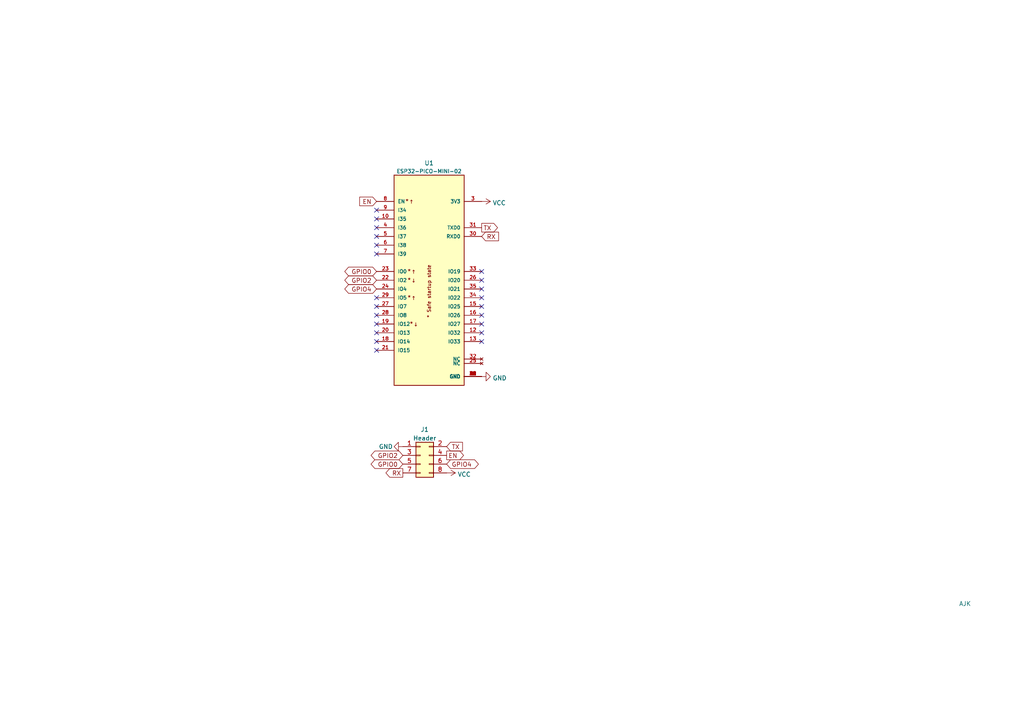
<source format=kicad_sch>
(kicad_sch (version 20211123) (generator eeschema)
  (paper "A4")
  (title_block (title "ESP01 style ESP32 board") (date "${DATE}") (rev "1") (comment 1 "@TheRealRevK") (comment 2 "www.me.uk"))
  (lib_symbols
    (symbol "Connector_Generic:Conn_02x04_Odd_Even" (pin_names (offset 1.016) hide)
      (property "Reference" "J1" (at 1.27 7.5098 0))
      (property "Value" "Header" (at 1.27 4.9729 0))
      (symbol "Conn_02x04_Odd_Even_1_1"
        (rectangle (start -1.27 -4.953) (end 0 -5.207) (stroke (width 0.1524)))
        (rectangle (start -1.27 -2.413) (end 0 -2.667) (stroke (width 0.1524)))
        (rectangle (start -1.27 0.127) (end 0 -0.127) (stroke (width 0.1524)))
        (rectangle (start -1.27 2.667) (end 0 2.413) (stroke (width 0.1524)))
        (rectangle (start -1.27 3.81) (end 3.81 -6.35) (stroke (width 0.254)) (fill (type background)))
        (rectangle (start 3.81 -4.953) (end 2.54 -5.207) (stroke (width 0.1524)))
        (rectangle (start 3.81 -2.413) (end 2.54 -2.667) (stroke (width 0.1524)))
        (rectangle (start 3.81 0.127) (end 2.54 -0.127) (stroke (width 0.1524)))
        (rectangle (start 3.81 2.667) (end 2.54 2.413) (stroke (width 0.1524)))
        (pin power_out line (at -5.08 2.54 0) (length 3.81) (name "Pin_1") (number "1"))
        (pin passive line (at 7.62 2.54 180) (length 3.81) (name "Pin_2") (number "2"))
        (pin passive line (at -5.08 0 0) (length 3.81) (name "Pin_3") (number "3"))
        (pin passive line (at 7.62 0 180) (length 3.81) (name "Pin_4") (number "4"))
        (pin passive line (at -5.08 -2.54 0) (length 3.81) (name "Pin_5") (number "5"))
        (pin passive line (at 7.62 -2.54 180) (length 3.81) (name "Pin_6") (number "6"))
        (pin passive line (at -5.08 -5.08 0) (length 3.81) (name "Pin_7") (number "7"))
        (pin power_out line (at 7.62 -5.08 180) (length 3.81) (name "Pin_8") (number "8"))
      )
    )
    (symbol "RevK:AJK" (pin_names (offset 1.016)) (in_bom no)
      (property "Value" "AJK" (at 0 0 0))
    )
    (symbol "RevK:ESP32-PICO-MINI-02" (pin_names (offset 1.016))
      (property "Reference" "U" (at -10.16 -33.02 0))
      (property "Value" "ESP32-PICO-MINI-02" (at 0 27.94 0))
      (symbol "ESP32-PICO-MINI-02_0_0"
        (rectangle (start -10.16 -30.48) (end 10.16 30.48) (stroke (width 0.254)) (fill (type background)))
        (text "* Safe startup state" (at 0 -3.175 900) (effects (font (size 1 1))))
        (text "*↑" (at -6.985 22.86 0) (effects (font (size 1.27 1.27)) (justify left)))
        (text "*↑" (at -6.35 -5.08 0) (effects (font (size 1.27 1.27)) (justify left)))
        (text "*↑" (at -6.35 2.54 0) (effects (font (size 1.27 1.27)) (justify left)))
        (text "*↓" (at -6.35 0 0) (effects (font (size 1.27 1.27)) (justify left)))
        (text "*↓" (at -5.715 -12.7 0) (effects (font (size 1.27 1.27)) (justify left)))
        (pin power_in line (at 15.24 -27.94 180) (length 5.08) (name "GND") (number "1"))
        (pin input line (at -15.24 17.78 0) (length 5.08) (name "I35") (number "10"))
        (pin power_in line (at 15.24 -27.94 180) (length 5.08) (name "GND") (number "11"))
        (pin bidirectional line (at 15.24 -15.24 180) (length 5.08) (name "IO32") (number "12"))
        (pin bidirectional line (at 15.24 -17.78 180) (length 5.08) (name "IO33") (number "13"))
        (pin power_in line (at 15.24 -27.94 180) (length 5.08) (name "GND") (number "14"))
        (pin bidirectional line (at 15.24 -7.62 180) (length 5.08) (name "IO25") (number "15"))
        (pin bidirectional line (at 15.24 -10.16 180) (length 5.08) (name "IO26") (number "16"))
        (pin bidirectional line (at 15.24 -12.7 180) (length 5.08) (name "IO27") (number "17"))
        (pin bidirectional line (at -15.24 -17.78 0) (length 5.08) (name "IO14") (number "18"))
        (pin bidirectional line (at -15.24 -12.7 0) (length 5.08) (name "IO12") (number "19"))
        (pin power_in line (at 15.24 -27.94 180) (length 5.08) (name "GND") (number "2"))
        (pin bidirectional line (at -15.24 -15.24 0) (length 5.08) (name "IO13") (number "20"))
        (pin bidirectional line (at -15.24 -20.32 0) (length 5.08) (name "IO15") (number "21"))
        (pin bidirectional line (at -15.24 0 0) (length 5.08) (name "IO2") (number "22"))
        (pin bidirectional line (at -15.24 2.54 0) (length 5.08) (name "IO0") (number "23"))
        (pin bidirectional line (at -15.24 -2.54 0) (length 5.08) (name "IO4") (number "24"))
        (pin no_connect line (at 15.24 -24.13 180) (length 5.08) (name "NC") (number "25"))
        (pin bidirectional line (at 15.24 0 180) (length 5.08) (name "IO20") (number "26"))
        (pin bidirectional line (at -15.24 -7.62 0) (length 5.08) (name "IO7") (number "27"))
        (pin bidirectional line (at -15.24 -10.16 0) (length 5.08) (name "IO8") (number "28"))
        (pin bidirectional line (at -15.24 -5.08 0) (length 5.08) (name "IO5") (number "29"))
        (pin power_in line (at 15.24 22.86 180) (length 5.08) (name "3V3") (number "3"))
        (pin bidirectional line (at 15.24 12.7 180) (length 5.08) (name "RXD0") (number "30"))
        (pin bidirectional line (at 15.24 15.24 180) (length 5.08) (name "TXD0") (number "31"))
        (pin no_connect line (at 15.24 -22.86 180) (length 5.08) (name "NC") (number "32"))
        (pin bidirectional line (at 15.24 2.54 180) (length 5.08) (name "IO19") (number "33"))
        (pin bidirectional line (at 15.24 -5.08 180) (length 5.08) (name "IO22") (number "34"))
        (pin bidirectional line (at 15.24 -2.54 180) (length 5.08) (name "IO21") (number "35"))
        (pin power_in line (at 15.24 -27.94 180) (length 5.08) (name "GND") (number "36"))
        (pin power_in line (at 15.24 -27.94 180) (length 5.08) (name "GND") (number "37"))
        (pin power_in line (at 15.24 -27.94 180) (length 5.08) (name "GND") (number "38"))
        (pin power_in line (at 15.24 -27.94 180) (length 5.08) (name "GND") (number "39"))
        (pin input line (at -15.24 15.24 0) (length 5.08) (name "I36") (number "4"))
        (pin power_in line (at 15.24 -27.94 180) (length 5.08) (name "GND") (number "40"))
        (pin power_in line (at 15.24 -27.94 180) (length 5.08) (name "GND") (number "41"))
        (pin power_in line (at 15.24 -27.94 180) (length 5.08) (name "GND") (number "42"))
        (pin power_in line (at 15.24 -27.94 180) (length 5.08) (name "GND") (number "43"))
        (pin power_in line (at 15.24 -27.94 180) (length 5.08) (name "GND") (number "44"))
        (pin power_in line (at 15.24 -27.94 180) (length 5.08) (name "GND") (number "45"))
        (pin power_in line (at 15.24 -27.94 180) (length 5.08) (name "GND") (number "46"))
        (pin power_in line (at 15.24 -27.94 180) (length 5.08) (name "GND") (number "47"))
        (pin power_in line (at 15.24 -27.94 180) (length 5.08) (name "GND") (number "48"))
        (pin power_in line (at 15.24 -27.94 180) (length 5.08) (name "GND") (number "49"))
        (pin input line (at -15.24 12.7 0) (length 5.08) (name "I37") (number "5"))
        (pin power_in line (at 15.24 -27.94 180) (length 5.08) (name "GND") (number "50"))
        (pin power_in line (at 15.24 -27.94 180) (length 5.08) (name "GND") (number "51"))
        (pin power_in line (at 15.24 -27.94 180) (length 5.08) (name "GND") (number "52"))
        (pin power_in line (at 15.24 -27.94 180) (length 5.08) (name "GND") (number "53"))
        (pin input line (at -15.24 10.16 0) (length 5.08) (name "I38") (number "6"))
        (pin input line (at -15.24 7.62 0) (length 5.08) (name "I39") (number "7"))
        (pin input line (at -15.24 22.86 0) (length 5.08) (name "EN") (number "8"))
        (pin input line (at -15.24 20.32 0) (length 5.08) (name "I34") (number "9"))
      )
    )
    (symbol "power:GND" (power) (pin_names (offset 0))
      (property "Value" "GND" (at 0 -3.81 0))
      (symbol "GND_0_1"
        (polyline (pts (xy 0 0) (xy 0 -1.27) (xy 1.27 -1.27) (xy 0 -2.54) (xy -1.27 -1.27) (xy 0 -1.27)))
      )
      (symbol "GND_1_1"
        (pin power_in line (at 0 0 270) (length 0) hide (name "GND") (number "1"))
      )
    )
    (symbol "power:VCC" (power) (pin_names (offset 0))
      (property "Value" "VCC" (at 0 3.81 0))
      (symbol "VCC_0_1"
        (polyline (pts (xy -0.762 1.27) (xy 0 2.54)))
        (polyline (pts (xy 0 0) (xy 0 2.54)))
        (polyline (pts (xy 0 2.54) (xy 0.762 1.27)))
      )
      (symbol "VCC_1_1"
        (pin power_in line (at 0 0 90) (length 0) hide (name "VCC") (number "1"))
      )
    )
  )
  (no_connect (at 139.7 99.06))
  (no_connect (at 139.7 96.52))
  (no_connect (at 139.7 93.98))
  (no_connect (at 139.7 91.44))
  (no_connect (at 109.22 66.04))
  (no_connect (at 109.22 68.58))
  (no_connect (at 109.22 71.12))
  (no_connect (at 109.22 73.66))
  (no_connect (at 109.22 86.36))
  (no_connect (at 109.22 88.9))
  (no_connect (at 109.22 91.44))
  (no_connect (at 109.22 93.98))
  (no_connect (at 109.22 96.52))
  (no_connect (at 109.22 99.06))
  (no_connect (at 109.22 101.6))
  (no_connect (at 139.7 88.9))
  (no_connect (at 139.7 86.36))
  (no_connect (at 139.7 83.82))
  (no_connect (at 139.7 81.28))
  (no_connect (at 139.7 78.74))
  (no_connect (at 109.22 63.5))
  (no_connect (at 109.22 60.96))
  (global_label "TX" (shape input) (at 129.54 129.54 0) (property "Intersheet References" "${INTERSHEET_REFS}" (effects hide)))
  (global_label "GPIO0" (shape bidirectional) (at 109.22 78.74 180) (property "Intersheet References" "${INTERSHEET_REFS}" (effects hide)))
  (global_label "GPIO0" (shape bidirectional) (at 116.84 134.62 180) (property "Intersheet References" "${INTERSHEET_REFS}" (effects hide)))
  (global_label "RX" (shape input) (at 139.7 68.58 0) (property "Intersheet References" "${INTERSHEET_REFS}" (effects hide)))
  (global_label "EN" (shape output) (at 129.54 132.08 0) (property "Intersheet References" "${INTERSHEET_REFS}" (effects hide)))
  (global_label "GPIO2" (shape bidirectional) (at 116.84 132.08 180) (property "Intersheet References" "${INTERSHEET_REFS}" (effects hide)))
  (global_label "GPIO4" (shape bidirectional) (at 129.54 134.62 0) (property "Intersheet References" "${INTERSHEET_REFS}" (effects hide)))
  (global_label "GPIO2" (shape bidirectional) (at 109.22 81.28 180) (property "Intersheet References" "${INTERSHEET_REFS}" (effects hide)))
  (global_label "GPIO4" (shape bidirectional) (at 109.22 83.82 180) (property "Intersheet References" "${INTERSHEET_REFS}" (effects hide)))
  (global_label "EN" (shape input) (at 109.22 58.42 180) (property "Intersheet References" "${INTERSHEET_REFS}" (effects hide)))
  (global_label "RX" (shape output) (at 116.84 137.16 180) (property "Intersheet References" "${INTERSHEET_REFS}" (effects hide)))
  (global_label "TX" (shape output) (at 139.7 66.04 0) (property "Intersheet References" "${INTERSHEET_REFS}" (effects hide)))
  (symbol (lib_id "power:GND") (at 139.7 109.22 90) (unit 1)
    (property "Reference" "#PWR04" (effects hide))
    (property "Value" "GND" (at 142.875 109.6538 90) (effects (justify right)))
  )
  (symbol (lib_id "power:GND") (at 116.84 129.54 270) (unit 1)
    (property "Reference" "#PWR01" (effects hide))
    (property "Value" "GND" (at 109.855 129.54 90) (effects (justify left)))
  )
  (symbol (lib_id "RevK:ESP32-PICO-MINI-02") (at 124.46 81.28 0) (unit 1)
    (property "Reference" "U1" (at 124.46 47.2898 0))
    (property "Value" "ESP32-PICO-MINI-02" (at 124.46 49.6739 0) (effects (font (size 1.1 1.1))))
    (property "Footprint" "RevK:ESP32-PICO-MINI-02" (effects hide))
    (property "MANUFACTURER" "Espressif" (effects hide))
    (property "MAXIMUM_PACKAGE_HEIGHT" "2.55mm" (effects hide))
    (property "PARTREV" "v1.0" (effects hide))
    (property "STANDARD" "Manufacturer Recommendations" (effects hide))
  )
  (symbol (lib_id "power:VCC") (at 129.54 137.16 270) (unit 1)
    (property "Reference" "#PWR02" (effects hide))
    (property "Value" "VCC" (at 132.715 137.5938 90) (effects (justify left)))
  )
  (symbol (lib_id "RevK:AJK") (at 277.495 174.625 0) (unit 1) (in_bom no)
    (property "Reference" "Logo1" (effects hide))
    (property "Value" "AJK" (at 278.13 175.104 0) (effects (justify left)))
    (property "Footprint" "RevK:AJK" (effects hide))
    (property "Note" "Non part, PCB printed" (effects hide))
  )
  (symbol (lib_id "power:VCC") (at 139.7 58.42 270) (unit 1)
    (property "Reference" "#PWR03" (effects hide))
    (property "Value" "VCC" (at 142.875 58.8538 90) (effects (justify left)))
  )
  (symbol (lib_id "Connector_Generic:Conn_02x04_Odd_Even") (at 121.92 132.08 0) (unit 1)
    (property "Reference" "J1" (at 123.19 124.5702 0))
    (property "Value" "Header" (at 123.19 127.1071 0))
    (property "Footprint" "Connector_PinHeader_2.54mm:PinHeader_2x04_P2.54mm_Vertical" (effects hide))
  )
)
</source>
